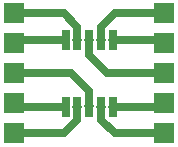
<source format=gtl>
G04 #@! TF.GenerationSoftware,KiCad,Pcbnew,5.0.2+dfsg1-1*
G04 #@! TF.CreationDate,2019-10-07T13:36:21+02:00*
G04 #@! TF.ProjectId,fl51xx-bb,666c3531-7878-42d6-9262-2e6b69636164,v1.0.0*
G04 #@! TF.SameCoordinates,Original*
G04 #@! TF.FileFunction,Copper,L1,Top*
G04 #@! TF.FilePolarity,Positive*
%FSLAX46Y46*%
G04 Gerber Fmt 4.6, Leading zero omitted, Abs format (unit mm)*
G04 Created by KiCad (PCBNEW 5.0.2+dfsg1-1) date Mon 07 Oct 2019 01:36:21 PM CEST*
%MOMM*%
%LPD*%
G01*
G04 APERTURE LIST*
G04 #@! TA.AperFunction,ComponentPad*
%ADD10R,1.700000X1.700000*%
G04 #@! TD*
G04 #@! TA.AperFunction,SMDPad,CuDef*
%ADD11R,0.650000X1.750000*%
G04 #@! TD*
G04 #@! TA.AperFunction,ViaPad*
%ADD12C,0.800000*%
G04 #@! TD*
G04 #@! TA.AperFunction,Conductor*
%ADD13C,0.645000*%
G04 #@! TD*
G04 APERTURE END LIST*
D10*
G04 #@! TO.P,J10,1*
G04 #@! TO.N,Net-(J10-Pad1)*
X31496000Y-20066000D03*
G04 #@! TD*
G04 #@! TO.P,J9,1*
G04 #@! TO.N,Net-(J9-Pad1)*
X31496000Y-17526000D03*
G04 #@! TD*
G04 #@! TO.P,J8,1*
G04 #@! TO.N,Net-(J8-Pad1)*
X31496000Y-22606000D03*
G04 #@! TD*
G04 #@! TO.P,J7,1*
G04 #@! TO.N,Net-(J7-Pad1)*
X18796000Y-17526000D03*
G04 #@! TD*
G04 #@! TO.P,J6,1*
G04 #@! TO.N,Net-(J6-Pad1)*
X18796000Y-20066000D03*
G04 #@! TD*
G04 #@! TO.P,J5,1*
G04 #@! TO.N,Net-(J5-Pad1)*
X31496000Y-25146000D03*
G04 #@! TD*
G04 #@! TO.P,J4,1*
G04 #@! TO.N,Net-(J4-Pad1)*
X31496000Y-27686000D03*
G04 #@! TD*
G04 #@! TO.P,J3,1*
G04 #@! TO.N,Net-(J3-Pad1)*
X18796000Y-22606000D03*
G04 #@! TD*
G04 #@! TO.P,J2,1*
G04 #@! TO.N,Net-(J2-Pad1)*
X18796000Y-27686000D03*
G04 #@! TD*
G04 #@! TO.P,J1,1*
G04 #@! TO.N,Net-(J1-Pad1)*
X18796000Y-25146000D03*
G04 #@! TD*
D11*
G04 #@! TO.P,U1,1*
G04 #@! TO.N,Net-(J1-Pad1)*
X23146000Y-25406000D03*
G04 #@! TO.P,U1,2*
G04 #@! TO.N,Net-(J2-Pad1)*
X24146000Y-25406000D03*
G04 #@! TO.P,U1,3*
G04 #@! TO.N,Net-(J3-Pad1)*
X25146000Y-25406000D03*
G04 #@! TO.P,U1,4*
G04 #@! TO.N,Net-(J4-Pad1)*
X26146000Y-25406000D03*
G04 #@! TO.P,U1,5*
G04 #@! TO.N,Net-(J5-Pad1)*
X27146000Y-25406000D03*
G04 #@! TO.P,U1,6*
G04 #@! TO.N,Net-(J10-Pad1)*
X27146000Y-19806000D03*
G04 #@! TO.P,U1,7*
G04 #@! TO.N,Net-(J9-Pad1)*
X26146000Y-19806000D03*
G04 #@! TO.P,U1,8*
G04 #@! TO.N,Net-(J8-Pad1)*
X25146000Y-19806000D03*
G04 #@! TO.P,U1,9*
G04 #@! TO.N,Net-(J7-Pad1)*
X24146000Y-19806000D03*
G04 #@! TO.P,U1,10*
G04 #@! TO.N,Net-(J6-Pad1)*
X23146000Y-19806000D03*
G04 #@! TD*
D12*
G04 #@! TO.N,Net-(J2-Pad1)*
X24146000Y-25406000D03*
G04 #@! TO.N,Net-(J1-Pad1)*
X23114000Y-25406000D03*
G04 #@! TO.N,Net-(J3-Pad1)*
X25146000Y-25400000D03*
G04 #@! TO.N,Net-(J6-Pad1)*
X23114000Y-19806000D03*
G04 #@! TO.N,Net-(J7-Pad1)*
X24146000Y-19806000D03*
G04 #@! TO.N,Net-(J4-Pad1)*
X26146000Y-25406000D03*
G04 #@! TO.N,Net-(J5-Pad1)*
X27178000Y-25406000D03*
G04 #@! TO.N,Net-(J8-Pad1)*
X25146000Y-19812000D03*
G04 #@! TO.N,Net-(J10-Pad1)*
X27178000Y-19806000D03*
G04 #@! TO.N,Net-(J9-Pad1)*
X26146000Y-19806000D03*
G04 #@! TD*
D13*
G04 #@! TO.N,Net-(J2-Pad1)*
X19896000Y-27686000D02*
X18796000Y-27686000D01*
X22991000Y-27686000D02*
X19896000Y-27686000D01*
X24146000Y-25406000D02*
X24146000Y-25406000D01*
X24146000Y-26531000D02*
X22991000Y-27686000D01*
X24146000Y-25406000D02*
X24146000Y-26531000D01*
G04 #@! TO.N,Net-(J1-Pad1)*
X19056000Y-25406000D02*
X18796000Y-25146000D01*
X23146000Y-25406000D02*
X23114000Y-25406000D01*
X23114000Y-25406000D02*
X19056000Y-25406000D01*
G04 #@! TO.N,Net-(J3-Pad1)*
X25146000Y-25406000D02*
X25146000Y-25400000D01*
X25146000Y-25400000D02*
X25146000Y-24620998D01*
X18796000Y-22606000D02*
X23622000Y-22606000D01*
X25146000Y-24130000D02*
X25146000Y-25406000D01*
X23622000Y-22606000D02*
X25146000Y-24130000D01*
G04 #@! TO.N,Net-(J6-Pad1)*
X19056000Y-19806000D02*
X18796000Y-20066000D01*
X23146000Y-19806000D02*
X23114000Y-19806000D01*
X23114000Y-19806000D02*
X19056000Y-19806000D01*
G04 #@! TO.N,Net-(J7-Pad1)*
X19998081Y-17526000D02*
X18796000Y-17526000D01*
X22991000Y-17526000D02*
X19998081Y-17526000D01*
X24146000Y-19806000D02*
X24146000Y-19806000D01*
X24146000Y-18681000D02*
X22991000Y-17526000D01*
X24146000Y-19806000D02*
X24146000Y-18681000D01*
G04 #@! TO.N,Net-(J4-Pad1)*
X30293919Y-27686000D02*
X31496000Y-27686000D01*
X27301000Y-27686000D02*
X30293919Y-27686000D01*
X26146000Y-25406000D02*
X26146000Y-25406000D01*
X26146000Y-26531000D02*
X27301000Y-27686000D01*
X26146000Y-25406000D02*
X26146000Y-26531000D01*
G04 #@! TO.N,Net-(J5-Pad1)*
X31236000Y-25406000D02*
X31496000Y-25146000D01*
X27146000Y-25406000D02*
X27178000Y-25406000D01*
X27178000Y-25406000D02*
X31236000Y-25406000D01*
G04 #@! TO.N,Net-(J8-Pad1)*
X30293919Y-22606000D02*
X31496000Y-22606000D01*
X25146000Y-19806000D02*
X25146000Y-19812000D01*
X30293919Y-22606000D02*
X26670000Y-22606000D01*
X25146000Y-21082000D02*
X25146000Y-19806000D01*
X26670000Y-22606000D02*
X25146000Y-21082000D01*
G04 #@! TO.N,Net-(J10-Pad1)*
X31236000Y-19806000D02*
X31496000Y-20066000D01*
X27146000Y-19806000D02*
X27178000Y-19806000D01*
X27178000Y-19806000D02*
X31236000Y-19806000D01*
G04 #@! TO.N,Net-(J9-Pad1)*
X30396000Y-17526000D02*
X31496000Y-17526000D01*
X27301000Y-17526000D02*
X30396000Y-17526000D01*
X26146000Y-19806000D02*
X26146000Y-19806000D01*
X26146000Y-18681000D02*
X27301000Y-17526000D01*
X26146000Y-19806000D02*
X26146000Y-18681000D01*
G04 #@! TD*
M02*

</source>
